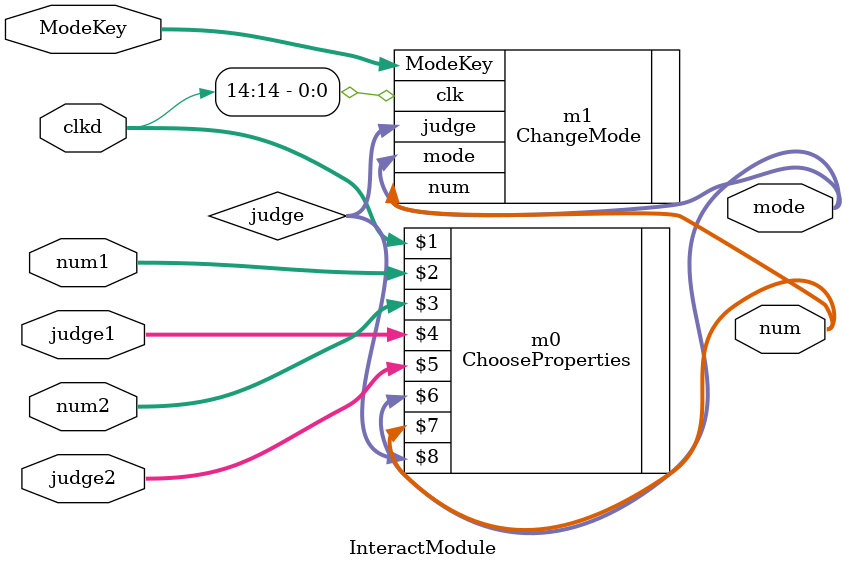
<source format=v>
`timescale 1ns / 1ps
module InteractModule(
input [31:0]clkd,
input [7:0]ModeKey,
input [63:0]num1,num2,
input [15:0]judge1,judge2,
output [3:0]mode,
output [63:0]num
    );
	wire [15:0]judge;
   ChooseProperties m0(clkd,num1,num2,judge1,judge2,mode,num,judge);
	ChangeMode    m1(.clk(clkd[14]),.ModeKey(ModeKey),.num(num),.judge(judge),.mode(mode));//
	
	
endmodule

</source>
